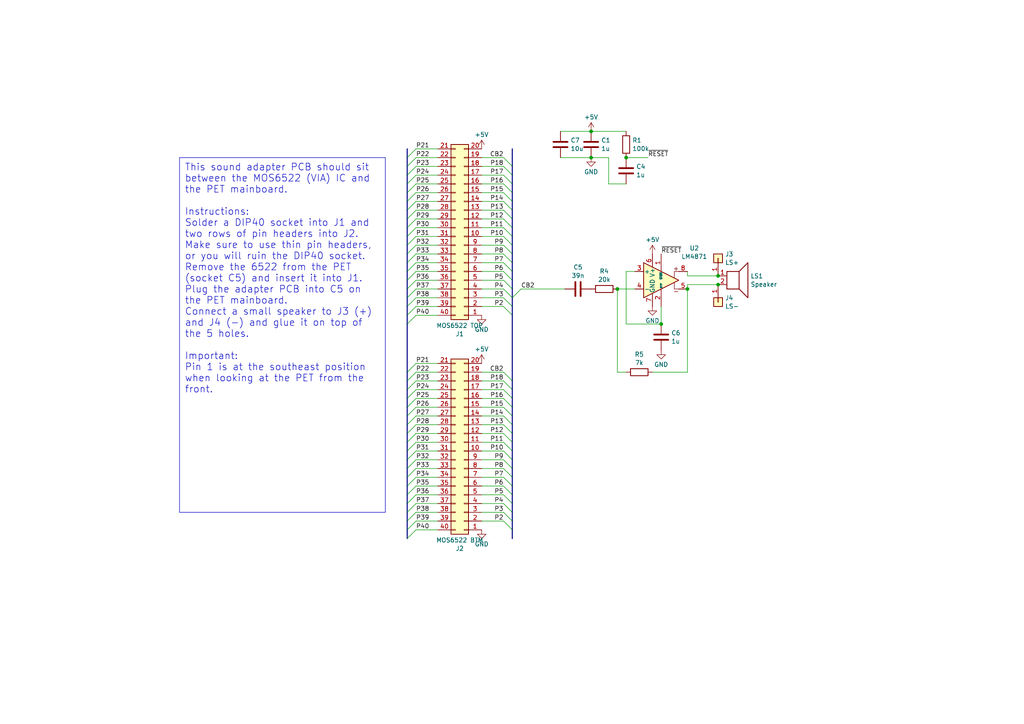
<source format=kicad_sch>
(kicad_sch (version 20230121) (generator eeschema)
  (paper "A4")
  (title_block (title "PET sound adapter") (date "2024-04-10") (rev "2") (company "CCC Basel"))
  (lib_symbols
    (symbol "Amplifier_Audio:LM4990MM" (pin_names (offset 0.127))
      (property "Reference" "U" (at 5.08 7.62 0))
      (property "Value" "LM4990MM" (at 5.08 5.08 0))
      (symbol "LM4990MM_0_1"
        (polyline (pts (xy 3.81 -0.635) (xy 3.81 -2.54) (xy 5.08 -2.54)))
        (polyline (pts (xy 5.08 2.54) (xy 3.81 2.54) (xy 3.81 0.635)))
        (polyline (pts (xy -5.08 5.08) (xy 5.08 0) (xy -5.08 -5.08) (xy -5.08 5.08)) (stroke (width 0.254)) (fill (type background)))
      )
      (symbol "LM4990MM_1_1"
        (polyline (pts (xy 3.81 -3.302) (xy 4.826 -3.302)))
        (polyline (pts (xy 4.318 3.81) (xy 4.318 2.794)))
        (polyline (pts (xy 4.826 3.302) (xy 3.81 3.302)))
        (pin output line (at 0 7.62 270) (length 5.08) (name "~{SHDN}") (number "1"))
        (pin input line (at 0 -7.62 90) (length 5.08) (name "BYP") (number "2"))
        (pin input line (at -7.62 2.54 0) (length 2.54) (name "+") (number "3"))
        (pin input line (at -7.62 -2.54 0) (length 2.54) (name "-") (number "4"))
        (pin output line (at 7.62 -2.54 180) (length 2.54) (name "~") (number "5"))
        (pin power_in line (at -2.54 7.62 270) (length 3.81) (name "V+") (number "6"))
        (pin power_in line (at -2.54 -7.62 90) (length 3.81) (name "GND") (number "7"))
        (pin output line (at 7.62 2.54 180) (length 2.54) (name "~") (number "8"))
      )
    )
    (symbol "Connector_Generic:Conn_01x01" (pin_names (offset 1.016) hide)
      (property "Reference" "J" (at 0 2.54 0))
      (property "Value" "Conn_01x01" (at 0 -2.54 0))
      (symbol "Conn_01x01_1_1"
        (rectangle (start -1.27 0.127) (end 0 -0.127) (stroke (width 0.1524)))
        (rectangle (start -1.27 1.27) (end 1.27 -1.27) (stroke (width 0.254)) (fill (type background)))
        (pin passive line (at -5.08 0 0) (length 3.81) (name "Pin_1") (number "1"))
      )
    )
    (symbol "Connector_Generic:Conn_02x20_Counter_Clockwise" (pin_names (offset 1.016) hide)
      (property "Reference" "J" (at 1.27 25.4 0))
      (property "Value" "Conn_02x20_Counter_Clockwise" (at 1.27 -27.94 0))
      (symbol "Conn_02x20_Counter_Clockwise_1_1"
        (rectangle (start -1.27 -25.273) (end 0 -25.527) (stroke (width 0.1524)))
        (rectangle (start -1.27 -22.733) (end 0 -22.987) (stroke (width 0.1524)))
        (rectangle (start -1.27 -20.193) (end 0 -20.447) (stroke (width 0.1524)))
        (rectangle (start -1.27 -17.653) (end 0 -17.907) (stroke (width 0.1524)))
        (rectangle (start -1.27 -15.113) (end 0 -15.367) (stroke (width 0.1524)))
        (rectangle (start -1.27 -12.573) (end 0 -12.827) (stroke (width 0.1524)))
        (rectangle (start -1.27 -10.033) (end 0 -10.287) (stroke (width 0.1524)))
        (rectangle (start -1.27 -7.493) (end 0 -7.747) (stroke (width 0.1524)))
        (rectangle (start -1.27 -4.953) (end 0 -5.207) (stroke (width 0.1524)))
        (rectangle (start -1.27 -2.413) (end 0 -2.667) (stroke (width 0.1524)))
        (rectangle (start -1.27 0.127) (end 0 -0.127) (stroke (width 0.1524)))
        (rectangle (start -1.27 2.667) (end 0 2.413) (stroke (width 0.1524)))
        (rectangle (start -1.27 5.207) (end 0 4.953) (stroke (width 0.1524)))
        (rectangle (start -1.27 7.747) (end 0 7.493) (stroke (width 0.1524)))
        (rectangle (start -1.27 10.287) (end 0 10.033) (stroke (width 0.1524)))
        (rectangle (start -1.27 12.827) (end 0 12.573) (stroke (width 0.1524)))
        (rectangle (start -1.27 15.367) (end 0 15.113) (stroke (width 0.1524)))
        (rectangle (start -1.27 17.907) (end 0 17.653) (stroke (width 0.1524)))
        (rectangle (start -1.27 20.447) (end 0 20.193) (stroke (width 0.1524)))
        (rectangle (start -1.27 22.987) (end 0 22.733) (stroke (width 0.1524)))
        (rectangle (start -1.27 24.13) (end 3.81 -26.67) (stroke (width 0.254)) (fill (type background)))
        (rectangle (start 3.81 -25.273) (end 2.54 -25.527) (stroke (width 0.1524)))
        (rectangle (start 3.81 -22.733) (end 2.54 -22.987) (stroke (width 0.1524)))
        (rectangle (start 3.81 -20.193) (end 2.54 -20.447) (stroke (width 0.1524)))
        (rectangle (start 3.81 -17.653) (end 2.54 -17.907) (stroke (width 0.1524)))
        (rectangle (start 3.81 -15.113) (end 2.54 -15.367) (stroke (width 0.1524)))
        (rectangle (start 3.81 -12.573) (end 2.54 -12.827) (stroke (width 0.1524)))
        (rectangle (start 3.81 -10.033) (end 2.54 -10.287) (stroke (width 0.1524)))
        (rectangle (start 3.81 -7.493) (end 2.54 -7.747) (stroke (width 0.1524)))
        (rectangle (start 3.81 -4.953) (end 2.54 -5.207) (stroke (width 0.1524)))
        (rectangle (start 3.81 -2.413) (end 2.54 -2.667) (stroke (width 0.1524)))
        (rectangle (start 3.81 0.127) (end 2.54 -0.127) (stroke (width 0.1524)))
        (rectangle (start 3.81 2.667) (end 2.54 2.413) (stroke (width 0.1524)))
        (rectangle (start 3.81 5.207) (end 2.54 4.953) (stroke (width 0.1524)))
        (rectangle (start 3.81 7.747) (end 2.54 7.493) (stroke (width 0.1524)))
        (rectangle (start 3.81 10.287) (end 2.54 10.033) (stroke (width 0.1524)))
        (rectangle (start 3.81 12.827) (end 2.54 12.573) (stroke (width 0.1524)))
        (rectangle (start 3.81 15.367) (end 2.54 15.113) (stroke (width 0.1524)))
        (rectangle (start 3.81 17.907) (end 2.54 17.653) (stroke (width 0.1524)))
        (rectangle (start 3.81 20.447) (end 2.54 20.193) (stroke (width 0.1524)))
        (rectangle (start 3.81 22.987) (end 2.54 22.733) (stroke (width 0.1524)))
        (pin passive line (at -5.08 22.86 0) (length 3.81) (name "Pin_1") (number "1"))
        (pin passive line (at -5.08 0 0) (length 3.81) (name "Pin_10") (number "10"))
        (pin passive line (at -5.08 -2.54 0) (length 3.81) (name "Pin_11") (number "11"))
        (pin passive line (at -5.08 -5.08 0) (length 3.81) (name "Pin_12") (number "12"))
        (pin passive line (at -5.08 -7.62 0) (length 3.81) (name "Pin_13") (number "13"))
        (pin passive line (at -5.08 -10.16 0) (length 3.81) (name "Pin_14") (number "14"))
        (pin passive line (at -5.08 -12.7 0) (length 3.81) (name "Pin_15") (number "15"))
        (pin passive line (at -5.08 -15.24 0) (length 3.81) (name "Pin_16") (number "16"))
        (pin passive line (at -5.08 -17.78 0) (length 3.81) (name "Pin_17") (number "17"))
        (pin passive line (at -5.08 -20.32 0) (length 3.81) (name "Pin_18") (number "18"))
        (pin passive line (at -5.08 -22.86 0) (length 3.81) (name "Pin_19") (number "19"))
        (pin passive line (at -5.08 20.32 0) (length 3.81) (name "Pin_2") (number "2"))
        (pin passive line (at -5.08 -25.4 0) (length 3.81) (name "Pin_20") (number "20"))
        (pin passive line (at 7.62 -25.4 180) (length 3.81) (name "Pin_21") (number "21"))
        (pin passive line (at 7.62 -22.86 180) (length 3.81) (name "Pin_22") (number "22"))
        (pin passive line (at 7.62 -20.32 180) (length 3.81) (name "Pin_23") (number "23"))
        (pin passive line (at 7.62 -17.78 180) (length 3.81) (name "Pin_24") (number "24"))
        (pin passive line (at 7.62 -15.24 180) (length 3.81) (name "Pin_25") (number "25"))
        (pin passive line (at 7.62 -12.7 180) (length 3.81) (name "Pin_26") (number "26"))
        (pin passive line (at 7.62 -10.16 180) (length 3.81) (name "Pin_27") (number "27"))
        (pin passive line (at 7.62 -7.62 180) (length 3.81) (name "Pin_28") (number "28"))
        (pin passive line (at 7.62 -5.08 180) (length 3.81) (name "Pin_29") (number "29"))
        (pin passive line (at -5.08 17.78 0) (length 3.81) (name "Pin_3") (number "3"))
        (pin passive line (at 7.62 -2.54 180) (length 3.81) (name "Pin_30") (number "30"))
        (pin passive line (at 7.62 0 180) (length 3.81) (name "Pin_31") (number "31"))
        (pin passive line (at 7.62 2.54 180) (length 3.81) (name "Pin_32") (number "32"))
        (pin passive line (at 7.62 5.08 180) (length 3.81) (name "Pin_33") (number "33"))
        (pin passive line (at 7.62 7.62 180) (length 3.81) (name "Pin_34") (number "34"))
        (pin passive line (at 7.62 10.16 180) (length 3.81) (name "Pin_35") (number "35"))
        (pin passive line (at 7.62 12.7 180) (length 3.81) (name "Pin_36") (number "36"))
        (pin passive line (at 7.62 15.24 180) (length 3.81) (name "Pin_37") (number "37"))
        (pin passive line (at 7.62 17.78 180) (length 3.81) (name "Pin_38") (number "38"))
        (pin passive line (at 7.62 20.32 180) (length 3.81) (name "Pin_39") (number "39"))
        (pin passive line (at -5.08 15.24 0) (length 3.81) (name "Pin_4") (number "4"))
        (pin passive line (at 7.62 22.86 180) (length 3.81) (name "Pin_40") (number "40"))
        (pin passive line (at -5.08 12.7 0) (length 3.81) (name "Pin_5") (number "5"))
        (pin passive line (at -5.08 10.16 0) (length 3.81) (name "Pin_6") (number "6"))
        (pin passive line (at -5.08 7.62 0) (length 3.81) (name "Pin_7") (number "7"))
        (pin passive line (at -5.08 5.08 0) (length 3.81) (name "Pin_8") (number "8"))
        (pin passive line (at -5.08 2.54 0) (length 3.81) (name "Pin_9") (number "9"))
      )
    )
    (symbol "Device:C" (pin_numbers hide) (pin_names (offset 0.254))
      (property "Reference" "C" (at 0.635 2.54 0))
      (property "Value" "C" (at 0.635 -2.54 0))
      (symbol "C_0_1"
        (polyline (pts (xy -2.032 -0.762) (xy 2.032 -0.762)) (stroke (width 0.508)))
        (polyline (pts (xy -2.032 0.762) (xy 2.032 0.762)) (stroke (width 0.508)))
      )
      (symbol "C_1_1"
        (pin passive line (at 0 3.81 270) (length 2.794) (name "~") (number "1"))
        (pin passive line (at 0 -3.81 90) (length 2.794) (name "~") (number "2"))
      )
    )
    (symbol "Device:R" (pin_numbers hide) (pin_names (offset 0))
      (property "Reference" "R" (at 2.032 0 90))
      (property "Value" "R" (at 0 0 90))
      (symbol "R_0_1"
        (rectangle (start -1.016 -2.54) (end 1.016 2.54) (stroke (width 0.254)))
      )
      (symbol "R_1_1"
        (pin passive line (at 0 3.81 270) (length 1.27) (name "~") (number "1"))
        (pin passive line (at 0 -3.81 90) (length 1.27) (name "~") (number "2"))
      )
    )
    (symbol "Device:Speaker" (pin_names (offset 0) hide)
      (property "Reference" "LS" (at 1.27 5.715 0))
      (property "Value" "Speaker" (at 1.27 3.81 0))
      (symbol "Speaker_0_0"
        (rectangle (start -2.54 1.27) (end 1.016 -3.81) (stroke (width 0.254)))
        (polyline (pts (xy 1.016 1.27) (xy 3.556 3.81) (xy 3.556 -6.35) (xy 1.016 -3.81)) (stroke (width 0.254)))
      )
      (symbol "Speaker_1_1"
        (pin input line (at -5.08 0 0) (length 2.54) (name "1") (number "1"))
        (pin input line (at -5.08 -2.54 0) (length 2.54) (name "2") (number "2"))
      )
    )
    (symbol "power:+5V" (power) (pin_names (offset 0))
      (property "Value" "+5V" (at 0 3.556 0))
      (symbol "+5V_0_1"
        (polyline (pts (xy -0.762 1.27) (xy 0 2.54)))
        (polyline (pts (xy 0 0) (xy 0 2.54)))
        (polyline (pts (xy 0 2.54) (xy 0.762 1.27)))
      )
      (symbol "+5V_1_1"
        (pin power_in line (at 0 0 90) (length 0) hide (name "+5V") (number "1"))
      )
    )
    (symbol "power:GND" (power) (pin_names (offset 0))
      (property "Value" "GND" (at 0 -3.81 0))
      (symbol "GND_0_1"
        (polyline (pts (xy 0 0) (xy 0 -1.27) (xy 1.27 -1.27) (xy 0 -2.54) (xy -1.27 -1.27) (xy 0 -1.27)))
      )
      (symbol "GND_1_1"
        (pin power_in line (at 0 0 270) (length 0) hide (name "GND") (number "1"))
      )
    )
  )
  (junction (at 171.45 45.72))
  (junction (at 171.45 38.1))
  (junction (at 179.07 83.82))
  (junction (at 208.28 82.55))
  (junction (at 199.39 83.82))
  (junction (at 191.77 93.98))
  (junction (at 208.28 80.01))
  (junction (at 181.61 45.72))
  (bus_entry (at 118.11 58.42) (size 2.54 -2.54))
  (bus_entry (at 118.11 50.8) (size 2.54 -2.54))
  (bus_entry (at 118.11 48.26) (size 2.54 -2.54))
  (bus_entry (at 118.11 156.21) (size 2.54 -2.54))
  (bus_entry (at 118.11 123.19) (size 2.54 -2.54))
  (bus_entry (at 118.11 130.81) (size 2.54 -2.54))
  (bus_entry (at 118.11 113.03) (size 2.54 -2.54))
  (bus_entry (at 148.59 48.26) (size -2.54 -2.54))
  (bus_entry (at 118.11 66.04) (size 2.54 -2.54))
  (bus_entry (at 148.59 71.12) (size -2.54 -2.54))
  (bus_entry (at 118.11 128.27) (size 2.54 -2.54))
  (bus_entry (at 118.11 133.35) (size 2.54 -2.54))
  (bus_entry (at 148.59 88.9) (size -2.54 -2.54))
  (bus_entry (at 148.59 143.51) (size -2.54 -2.54))
  (bus_entry (at 118.11 120.65) (size 2.54 -2.54))
  (bus_entry (at 118.11 135.89) (size 2.54 -2.54))
  (bus_entry (at 118.11 107.95) (size 2.54 -2.54))
  (bus_entry (at 148.59 146.05) (size -2.54 -2.54))
  (bus_entry (at 148.59 55.88) (size -2.54 -2.54))
  (bus_entry (at 118.11 78.74) (size 2.54 -2.54))
  (bus_entry (at 118.11 76.2) (size 2.54 -2.54))
  (bus_entry (at 118.11 148.59) (size 2.54 -2.54))
  (bus_entry (at 118.11 63.5) (size 2.54 -2.54))
  (bus_entry (at 148.59 53.34) (size -2.54 -2.54))
  (bus_entry (at 118.11 91.44) (size 2.54 -2.54))
  (bus_entry (at 148.59 86.36) (size 2.54 -2.54))
  (bus_entry (at 118.11 55.88) (size 2.54 -2.54))
  (bus_entry (at 148.59 113.03) (size -2.54 -2.54))
  (bus_entry (at 148.59 91.44) (size -2.54 -2.54))
  (bus_entry (at 118.11 88.9) (size 2.54 -2.54))
  (bus_entry (at 118.11 118.11) (size 2.54 -2.54))
  (bus_entry (at 148.59 153.67) (size -2.54 -2.54))
  (bus_entry (at 118.11 81.28) (size 2.54 -2.54))
  (bus_entry (at 148.59 151.13) (size -2.54 -2.54))
  (bus_entry (at 148.59 68.58) (size -2.54 -2.54))
  (bus_entry (at 118.11 73.66) (size 2.54 -2.54))
  (bus_entry (at 118.11 68.58) (size 2.54 -2.54))
  (bus_entry (at 148.59 63.5) (size -2.54 -2.54))
  (bus_entry (at 148.59 73.66) (size -2.54 -2.54))
  (bus_entry (at 148.59 130.81) (size -2.54 -2.54))
  (bus_entry (at 118.11 115.57) (size 2.54 -2.54))
  (bus_entry (at 118.11 138.43) (size 2.54 -2.54))
  (bus_entry (at 148.59 125.73) (size -2.54 -2.54))
  (bus_entry (at 148.59 115.57) (size -2.54 -2.54))
  (bus_entry (at 148.59 83.82) (size -2.54 -2.54))
  (bus_entry (at 148.59 128.27) (size -2.54 -2.54))
  (bus_entry (at 118.11 71.12) (size 2.54 -2.54))
  (bus_entry (at 148.59 110.49) (size -2.54 -2.54))
  (bus_entry (at 148.59 60.96) (size -2.54 -2.54))
  (bus_entry (at 118.11 45.72) (size 2.54 -2.54))
  (bus_entry (at 118.11 83.82) (size 2.54 -2.54))
  (bus_entry (at 118.11 146.05) (size 2.54 -2.54))
  (bus_entry (at 148.59 133.35) (size -2.54 -2.54))
  (bus_entry (at 118.11 53.34) (size 2.54 -2.54))
  (bus_entry (at 118.11 153.67) (size 2.54 -2.54))
  (bus_entry (at 118.11 110.49) (size 2.54 -2.54))
  (bus_entry (at 148.59 135.89) (size -2.54 -2.54))
  (bus_entry (at 148.59 86.36) (size -2.54 -2.54))
  (bus_entry (at 118.11 143.51) (size 2.54 -2.54))
  (bus_entry (at 118.11 93.98) (size 2.54 -2.54))
  (bus_entry (at 148.59 123.19) (size -2.54 -2.54))
  (bus_entry (at 148.59 78.74) (size -2.54 -2.54))
  (bus_entry (at 118.11 151.13) (size 2.54 -2.54))
  (bus_entry (at 148.59 58.42) (size -2.54 -2.54))
  (bus_entry (at 148.59 66.04) (size -2.54 -2.54))
  (bus_entry (at 148.59 120.65) (size -2.54 -2.54))
  (bus_entry (at 148.59 81.28) (size -2.54 -2.54))
  (bus_entry (at 148.59 50.8) (size -2.54 -2.54))
  (bus_entry (at 118.11 140.97) (size 2.54 -2.54))
  (bus_entry (at 148.59 140.97) (size -2.54 -2.54))
  (bus_entry (at 148.59 76.2) (size -2.54 -2.54))
  (bus_entry (at 118.11 60.96) (size 2.54 -2.54))
  (bus_entry (at 148.59 148.59) (size -2.54 -2.54))
  (bus_entry (at 118.11 125.73) (size 2.54 -2.54))
  (bus_entry (at 148.59 118.11) (size -2.54 -2.54))
  (bus_entry (at 118.11 86.36) (size 2.54 -2.54))
  (bus_entry (at 148.59 138.43) (size -2.54 -2.54))
  (wire (pts (xy 181.61 78.74) (xy 184.15 78.74)))
  (bus (pts (xy 118.11 143.51) (xy 118.11 146.05)))
  (wire (pts (xy 120.65 130.81) (xy 127 130.81)))
  (bus (pts (xy 118.11 138.43) (xy 118.11 140.97)))
  (bus (pts (xy 118.11 50.8) (xy 118.11 53.34)))
  (wire (pts (xy 120.65 118.11) (xy 127 118.11)))
  (wire (pts (xy 146.05 48.26) (xy 139.7 48.26)))
  (bus (pts (xy 118.11 88.9) (xy 118.11 91.44)))
  (bus (pts (xy 148.59 48.26) (xy 148.59 50.8)))
  (bus (pts (xy 148.59 63.5) (xy 148.59 66.04)))
  (wire (pts (xy 191.77 88.9) (xy 191.77 93.98)))
  (wire (pts (xy 181.61 45.72) (xy 187.96 45.72)))
  (wire (pts (xy 146.05 110.49) (xy 139.7 110.49)))
  (bus (pts (xy 118.11 120.65) (xy 118.11 123.19)))
  (bus (pts (xy 148.59 58.42) (xy 148.59 60.96)))
  (bus (pts (xy 148.59 128.27) (xy 148.59 130.81)))
  (bus (pts (xy 148.59 53.34) (xy 148.59 55.88)))
  (bus (pts (xy 118.11 63.5) (xy 118.11 66.04)))
  (wire (pts (xy 120.65 83.82) (xy 127 83.82)))
  (bus (pts (xy 148.59 88.9) (xy 148.59 91.44)))
  (wire (pts (xy 146.05 123.19) (xy 139.7 123.19)))
  (bus (pts (xy 148.59 83.82) (xy 148.59 86.36)))
  (wire (pts (xy 179.07 83.82) (xy 179.07 107.95)))
  (wire (pts (xy 120.65 125.73) (xy 127 125.73)))
  (wire (pts (xy 146.05 130.81) (xy 139.7 130.81)))
  (wire (pts (xy 120.65 53.34) (xy 127 53.34)))
  (wire (pts (xy 120.65 148.59) (xy 127 148.59)))
  (wire (pts (xy 120.65 76.2) (xy 127 76.2)))
  (wire (pts (xy 146.05 86.36) (xy 139.7 86.36)))
  (wire (pts (xy 146.05 76.2) (xy 139.7 76.2)))
  (wire (pts (xy 146.05 73.66) (xy 139.7 73.66)))
  (wire (pts (xy 146.05 146.05) (xy 139.7 146.05)))
  (wire (pts (xy 120.65 73.66) (xy 127 73.66)))
  (wire (pts (xy 120.65 151.13) (xy 127 151.13)))
  (bus (pts (xy 118.11 115.57) (xy 118.11 118.11)))
  (wire (pts (xy 120.65 113.03) (xy 127 113.03)))
  (wire (pts (xy 120.65 105.41) (xy 127 105.41)))
  (wire (pts (xy 120.65 66.04) (xy 127 66.04)))
  (wire (pts (xy 120.65 135.89) (xy 127 135.89)))
  (bus (pts (xy 118.11 43.18) (xy 118.11 45.72)))
  (bus (pts (xy 118.11 148.59) (xy 118.11 151.13)))
  (bus (pts (xy 148.59 143.51) (xy 148.59 146.05)))
  (bus (pts (xy 118.11 151.13) (xy 118.11 153.67)))
  (wire (pts (xy 146.05 71.12) (xy 139.7 71.12)))
  (wire (pts (xy 120.65 143.51) (xy 127 143.51)))
  (bus (pts (xy 148.59 66.04) (xy 148.59 68.58)))
  (wire (pts (xy 146.05 68.58) (xy 139.7 68.58)))
  (bus (pts (xy 148.59 81.28) (xy 148.59 83.82)))
  (bus (pts (xy 148.59 140.97) (xy 148.59 143.51)))
  (bus (pts (xy 118.11 58.42) (xy 118.11 60.96)))
  (bus (pts (xy 118.11 135.89) (xy 118.11 138.43)))
  (wire (pts (xy 120.65 58.42) (xy 127 58.42)))
  (wire (pts (xy 146.05 118.11) (xy 139.7 118.11)))
  (wire (pts (xy 146.05 45.72) (xy 139.7 45.72)))
  (bus (pts (xy 148.59 78.74) (xy 148.59 81.28)))
  (bus (pts (xy 148.59 148.59) (xy 148.59 151.13)))
  (bus (pts (xy 148.59 125.73) (xy 148.59 128.27)))
  (bus (pts (xy 118.11 71.12) (xy 118.11 73.66)))
  (bus (pts (xy 118.11 146.05) (xy 118.11 148.59)))
  (wire (pts (xy 162.56 45.72) (xy 171.45 45.72)))
  (wire (pts (xy 146.05 133.35) (xy 139.7 133.35)))
  (wire (pts (xy 146.05 128.27) (xy 139.7 128.27)))
  (bus (pts (xy 118.11 60.96) (xy 118.11 63.5)))
  (bus (pts (xy 118.11 55.88) (xy 118.11 58.42)))
  (wire (pts (xy 120.65 138.43) (xy 127 138.43)))
  (wire (pts (xy 146.05 115.57) (xy 139.7 115.57)))
  (bus (pts (xy 118.11 130.81) (xy 118.11 133.35)))
  (wire (pts (xy 146.05 88.9) (xy 139.7 88.9)))
  (bus (pts (xy 148.59 151.13) (xy 148.59 153.67)))
  (wire (pts (xy 146.05 138.43) (xy 139.7 138.43)))
  (bus (pts (xy 148.59 123.19) (xy 148.59 125.73)))
  (wire (pts (xy 176.53 45.72) (xy 176.53 53.34)))
  (wire (pts (xy 120.65 50.8) (xy 127 50.8)))
  (wire (pts (xy 146.05 60.96) (xy 139.7 60.96)))
  (wire (pts (xy 120.65 115.57) (xy 127 115.57)))
  (wire (pts (xy 146.05 140.97) (xy 139.7 140.97)))
  (wire (pts (xy 146.05 55.88) (xy 139.7 55.88)))
  (wire (pts (xy 146.05 83.82) (xy 139.7 83.82)))
  (bus (pts (xy 148.59 115.57) (xy 148.59 118.11)))
  (wire (pts (xy 191.77 93.98) (xy 181.61 93.98)))
  (bus (pts (xy 118.11 83.82) (xy 118.11 86.36)))
  (bus (pts (xy 148.59 133.35) (xy 148.59 135.89)))
  (wire (pts (xy 146.05 58.42) (xy 139.7 58.42)))
  (wire (pts (xy 120.65 110.49) (xy 127 110.49)))
  (wire (pts (xy 120.65 81.28) (xy 127 81.28)))
  (wire (pts (xy 171.45 45.72) (xy 176.53 45.72)))
  (bus (pts (xy 148.59 68.58) (xy 148.59 71.12)))
  (bus (pts (xy 118.11 45.72) (xy 118.11 48.26)))
  (bus (pts (xy 118.11 91.44) (xy 118.11 93.98)))
  (bus (pts (xy 118.11 125.73) (xy 118.11 128.27)))
  (bus (pts (xy 148.59 50.8) (xy 148.59 53.34)))
  (wire (pts (xy 146.05 78.74) (xy 139.7 78.74)))
  (wire (pts (xy 199.39 80.01) (xy 199.39 78.74)))
  (bus (pts (xy 148.59 138.43) (xy 148.59 140.97)))
  (bus (pts (xy 118.11 128.27) (xy 118.11 130.81)))
  (wire (pts (xy 120.65 78.74) (xy 127 78.74)))
  (bus (pts (xy 118.11 140.97) (xy 118.11 143.51)))
  (wire (pts (xy 120.65 71.12) (xy 127 71.12)))
  (wire (pts (xy 146.05 66.04) (xy 139.7 66.04)))
  (wire (pts (xy 171.45 38.1) (xy 181.61 38.1)))
  (wire (pts (xy 120.65 91.44) (xy 127 91.44)))
  (wire (pts (xy 179.07 107.95) (xy 181.61 107.95)))
  (bus (pts (xy 118.11 153.67) (xy 118.11 156.21)))
  (bus (pts (xy 118.11 78.74) (xy 118.11 81.28)))
  (wire (pts (xy 120.65 63.5) (xy 127 63.5)))
  (bus (pts (xy 148.59 91.44) (xy 148.59 110.49)))
  (bus (pts (xy 148.59 55.88) (xy 148.59 58.42)))
  (wire (pts (xy 176.53 53.34) (xy 181.61 53.34)))
  (bus (pts (xy 148.59 86.36) (xy 148.59 88.9)))
  (wire (pts (xy 199.39 80.01) (xy 208.28 80.01)))
  (bus (pts (xy 118.11 110.49) (xy 118.11 113.03)))
  (bus (pts (xy 118.11 68.58) (xy 118.11 71.12)))
  (bus (pts (xy 118.11 81.28) (xy 118.11 83.82)))
  (wire (pts (xy 120.65 45.72) (xy 127 45.72)))
  (bus (pts (xy 118.11 73.66) (xy 118.11 76.2)))
  (bus (pts (xy 118.11 118.11) (xy 118.11 120.65)))
  (bus (pts (xy 118.11 93.98) (xy 118.11 107.95)))
  (bus (pts (xy 148.59 60.96) (xy 148.59 63.5)))
  (bus (pts (xy 148.59 73.66) (xy 148.59 76.2)))
  (wire (pts (xy 146.05 148.59) (xy 139.7 148.59)))
  (wire (pts (xy 120.65 68.58) (xy 127 68.58)))
  (bus (pts (xy 118.11 48.26) (xy 118.11 50.8)))
  (wire (pts (xy 146.05 113.03) (xy 139.7 113.03)))
  (bus (pts (xy 118.11 107.95) (xy 118.11 110.49)))
  (wire (pts (xy 120.65 107.95) (xy 127 107.95)))
  (bus (pts (xy 148.59 120.65) (xy 148.59 123.19)))
  (wire (pts (xy 146.05 63.5) (xy 139.7 63.5)))
  (bus (pts (xy 118.11 133.35) (xy 118.11 135.89)))
  (wire (pts (xy 146.05 143.51) (xy 139.7 143.51)))
  (bus (pts (xy 118.11 53.34) (xy 118.11 55.88)))
  (wire (pts (xy 120.65 86.36) (xy 127 86.36)))
  (bus (pts (xy 148.59 110.49) (xy 148.59 113.03)))
  (bus (pts (xy 118.11 66.04) (xy 118.11 68.58)))
  (wire (pts (xy 184.15 83.82) (xy 179.07 83.82)))
  (wire (pts (xy 189.23 107.95) (xy 199.39 107.95)))
  (bus (pts (xy 148.59 118.11) (xy 148.59 120.65)))
  (wire (pts (xy 120.65 48.26) (xy 127 48.26)))
  (wire (pts (xy 120.65 140.97) (xy 127 140.97)))
  (wire (pts (xy 120.65 43.18) (xy 127 43.18)))
  (wire (pts (xy 120.65 60.96) (xy 127 60.96)))
  (bus (pts (xy 118.11 86.36) (xy 118.11 88.9)))
  (wire (pts (xy 120.65 133.35) (xy 127 133.35)))
  (wire (pts (xy 120.65 146.05) (xy 127 146.05)))
  (bus (pts (xy 148.59 113.03) (xy 148.59 115.57)))
  (wire (pts (xy 120.65 128.27) (xy 127 128.27)))
  (bus (pts (xy 148.59 71.12) (xy 148.59 73.66)))
  (wire (pts (xy 146.05 50.8) (xy 139.7 50.8)))
  (wire (pts (xy 146.05 125.73) (xy 139.7 125.73)))
  (bus (pts (xy 148.59 76.2) (xy 148.59 78.74)))
  (bus (pts (xy 148.59 43.18) (xy 148.59 48.26)))
  (wire (pts (xy 120.65 120.65) (xy 127 120.65)))
  (bus (pts (xy 148.59 146.05) (xy 148.59 148.59)))
  (wire (pts (xy 146.05 120.65) (xy 139.7 120.65)))
  (wire (pts (xy 162.56 38.1) (xy 171.45 38.1)))
  (wire (pts (xy 120.65 123.19) (xy 127 123.19)))
  (wire (pts (xy 151.13 83.82) (xy 163.83 83.82)))
  (bus (pts (xy 148.59 130.81) (xy 148.59 133.35)))
  (wire (pts (xy 120.65 88.9) (xy 127 88.9)))
  (bus (pts (xy 148.59 153.67) (xy 148.59 156.21)))
  (bus (pts (xy 118.11 123.19) (xy 118.11 125.73)))
  (wire (pts (xy 181.61 93.98) (xy 181.61 78.74)))
  (wire (pts (xy 146.05 53.34) (xy 139.7 53.34)))
  (wire (pts (xy 146.05 107.95) (xy 139.7 107.95)))
  (wire (pts (xy 120.65 153.67) (xy 127 153.67)))
  (bus (pts (xy 118.11 113.03) (xy 118.11 115.57)))
  (bus (pts (xy 148.59 135.89) (xy 148.59 138.43)))
  (wire (pts (xy 199.39 107.95) (xy 199.39 83.82)))
  (wire (pts (xy 208.28 82.55) (xy 199.39 82.55)))
  (wire (pts (xy 146.05 151.13) (xy 139.7 151.13)))
  (wire (pts (xy 199.39 82.55) (xy 199.39 83.82)))
  (wire (pts (xy 146.05 135.89) (xy 139.7 135.89)))
  (bus (pts (xy 118.11 76.2) (xy 118.11 78.74)))
  (wire (pts (xy 146.05 81.28) (xy 139.7 81.28)))
  (wire (pts (xy 120.65 55.88) (xy 127 55.88)))
  (text_box "This sound adapter PCB should sit between the MOS6522 (VIA) IC and the PET mainboard.\n\nInstructions:\nSolder a DIP40 socket into J1 and two rows of pin headers into J2.\nMake sure to use thin pin headers, or you will ruin the DIP40 socket.\nRemove the 6522 from the PET (socket C5) and insert it into J1.\nPlug the adapter PCB into C5 on the PET mainboard.\nConnect a small speaker to J3 (+) and J4 (-) and glue it on top of the 5 holes.\n\nImportant:\nPin 1 is at the southeast position when looking at the PET from the front.\n" (at 52.07 45.72 0) (size 59.69 102.87) (effects (font (size 2 2)) (justify left top)))
  (label "P27" (at 120.65 120.65 0))
  (label "P21" (at 120.65 105.41 0))
  (label "P17" (at 146.05 50.8 180))
  (label "P15" (at 146.05 118.11 180))
  (label "~{RESET}" (at 191.77 73.66 0))
  (label "P35" (at 120.65 78.74 0))
  (label "P29" (at 120.65 63.5 0))
  (label "P25" (at 120.65 115.57 0))
  (label "P2" (at 146.05 88.9 180))
  (label "P13" (at 146.05 60.96 180))
  (label "P36" (at 120.65 81.28 0))
  (label "CB2" (at 146.05 45.72 180))
  (label "P38" (at 120.65 86.36 0))
  (label "P39" (at 120.65 151.13 0))
  (label "P23" (at 120.65 48.26 0))
  (label "P10" (at 146.05 68.58 180))
  (label "P39" (at 120.65 88.9 0))
  (label "P12" (at 146.05 63.5 180))
  (label "P6" (at 146.05 140.97 180))
  (label "P40" (at 120.65 91.44 0))
  (label "P4" (at 146.05 146.05 180))
  (label "P31" (at 120.65 68.58 0))
  (label "P16" (at 146.05 115.57 180))
  (label "P13" (at 146.05 123.19 180))
  (label "P33" (at 120.65 73.66 0))
  (label "P36" (at 120.65 143.51 0))
  (label "P28" (at 120.65 123.19 0))
  (label "P14" (at 146.05 58.42 180))
  (label "P18" (at 146.05 110.49 180))
  (label "P26" (at 120.65 55.88 0))
  (label "P8" (at 146.05 73.66 180))
  (label "P23" (at 120.65 110.49 0))
  (label "P26" (at 120.65 118.11 0))
  (label "P30" (at 120.65 66.04 0))
  (label "P7" (at 146.05 138.43 180))
  (label "P27" (at 120.65 58.42 0))
  (label "CB2" (at 146.05 107.95 180))
  (label "P31" (at 120.65 130.81 0))
  (label "P37" (at 120.65 146.05 0))
  (label "P2" (at 146.05 151.13 180))
  (label "P32" (at 120.65 133.35 0))
  (label "P3" (at 146.05 86.36 180))
  (label "P21" (at 120.65 43.18 0))
  (label "P7" (at 146.05 76.2 180))
  (label "P25" (at 120.65 53.34 0))
  (label "P11" (at 146.05 66.04 180))
  (label "P17" (at 146.05 113.03 180))
  (label "P22" (at 120.65 107.95 0))
  (label "P29" (at 120.65 125.73 0))
  (label "P6" (at 146.05 78.74 180))
  (label "P32" (at 120.65 71.12 0))
  (label "P28" (at 120.65 60.96 0))
  (label "P30" (at 120.65 128.27 0))
  (label "P3" (at 146.05 148.59 180))
  (label "P12" (at 146.05 125.73 180))
  (label "P4" (at 146.05 83.82 180))
  (label "P5" (at 146.05 81.28 180))
  (label "P15" (at 146.05 55.88 180))
  (label "P16" (at 146.05 53.34 180))
  (label "P37" (at 120.65 83.82 0))
  (label "P34" (at 120.65 138.43 0))
  (label "P8" (at 146.05 135.89 180))
  (label "P33" (at 120.65 135.89 0))
  (label "P24" (at 120.65 50.8 0))
  (label "P5" (at 146.05 143.51 180))
  (label "P9" (at 146.05 71.12 180))
  (label "P10" (at 146.05 130.81 180))
  (label "P18" (at 146.05 48.26 180))
  (label "P38" (at 120.65 148.59 0))
  (label "~{RESET}" (at 187.96 45.72 0))
  (label "P24" (at 120.65 113.03 0))
  (label "P14" (at 146.05 120.65 180))
  (label "CB2" (at 151.13 83.82 0))
  (label "P11" (at 146.05 128.27 180))
  (label "P22" (at 120.65 45.72 0))
  (label "P34" (at 120.65 76.2 0))
  (label "P40" (at 120.65 153.67 0))
  (label "P35" (at 120.65 140.97 0))
  (label "P9" (at 146.05 133.35 180))
  (symbol (lib_id "power:GND") (at 189.23 88.9 0) (unit 1)
    (property "Reference" "#PWR07" (effects hide))
    (property "Value" "GND" (at 189.23 93.0331 0))
  )
  (symbol (lib_id "Connector_Generic:Conn_02x20_Counter_Clockwise") (at 134.62 68.58 180) (unit 1)
    (property "Reference" "J1" (at 133.35 96.8543 0))
    (property "Value" "MOS6522 TOP" (at 133.35 94.4301 0))
    (property "Footprint" "Package_DIP:DIP-40_W15.24mm_LongPads" (effects hide))
  )
  (symbol (lib_id "Device:C") (at 181.61 49.53 180) (unit 1)
    (property "Reference" "C4" (at 184.531 48.3179 0) (effects (justify right)))
    (property "Value" "1u" (at 184.531 50.7421 0) (effects (justify right)))
    (property "Footprint" "Capacitor_SMD:C_0805_2012Metric" (effects hide))
  )
  (symbol (lib_id "Device:C") (at 171.45 41.91 0) (unit 1)
    (property "Reference" "C1" (at 174.371 40.6979 0) (effects (justify left)))
    (property "Value" "1u" (at 174.371 43.1221 0) (effects (justify left)))
    (property "Footprint" "Capacitor_SMD:C_0805_2012Metric" (effects hide))
  )
  (symbol (lib_id "Connector_Generic:Conn_02x20_Counter_Clockwise") (at 134.62 130.81 180) (unit 1)
    (property "Reference" "J2" (at 133.35 159.0843 0))
    (property "Value" "MOS6522 BTM" (at 133.35 156.6601 0))
    (property "Footprint" "Package_DIP:DIP-40_W15.24mm_LongPads" (effects hide))
  )
  (symbol (lib_id "Device:C") (at 167.64 83.82 90) (unit 1)
    (property "Reference" "C5" (at 167.64 77.5167 90))
    (property "Value" "39n" (at 167.64 79.9409 90))
    (property "Footprint" "Capacitor_SMD:C_0805_2012Metric" (effects hide))
  )
  (symbol (lib_id "power:+5V") (at 171.45 38.1 0) (unit 1)
    (property "Reference" "#PWR03" (effects hide))
    (property "Value" "+5V" (at 171.45 33.9669 0))
  )
  (symbol (lib_id "power:GND") (at 139.7 153.67 0) (unit 1)
    (property "Reference" "#PWR09" (effects hide))
    (property "Value" "GND" (at 139.7 157.8031 0))
  )
  (symbol (lib_id "Amplifier_Audio:LM4990MM") (at 191.77 81.28 0) (unit 1)
    (property "Reference" "U2" (at 201.3819 71.9856 0))
    (property "Value" "LM4871" (at 201.3819 74.4098 0))
    (property "Footprint" "Package_SO:SOIC-8_3.9x4.9mm_P1.27mm" (effects hide))
    (property "Datasheet" "http://www.ti.com/lit/ds/symlink/lm4990.pdf" (effects hide))
    (property "Alternate" "PAM8302AAD" (effects hide))
  )
  (symbol (lib_id "power:GND") (at 191.77 101.6 0) (unit 1)
    (property "Reference" "#PWR011" (effects hide))
    (property "Value" "GND" (at 191.77 105.7331 0))
  )
  (symbol (lib_id "power:GND") (at 139.7 91.44 0) (unit 1)
    (property "Reference" "#PWR02" (effects hide))
    (property "Value" "GND" (at 139.7 95.5731 0))
  )
  (symbol (lib_id "Device:R") (at 185.42 107.95 90) (unit 1)
    (property "Reference" "R5" (at 185.42 102.7897 90))
    (property "Value" "7k" (at 185.42 105.2139 90))
    (property "Footprint" "Resistor_SMD:R_0805_2012Metric" (effects hide))
  )
  (symbol (lib_id "power:GND") (at 171.45 45.72 0) (unit 1)
    (property "Reference" "#PWR04" (effects hide))
    (property "Value" "GND" (at 171.45 49.8531 0))
  )
  (symbol (lib_id "Device:C") (at 191.77 97.79 180) (unit 1)
    (property "Reference" "C6" (at 194.691 96.5779 0) (effects (justify right)))
    (property "Value" "1u" (at 194.691 99.0021 0) (effects (justify right)))
    (property "Footprint" "Capacitor_SMD:C_0805_2012Metric" (effects hide))
  )
  (symbol (lib_id "Device:Speaker") (at 213.36 80.01 0) (unit 1) (on_board no)
    (property "Reference" "LS1" (at 217.678 80.0679 0) (effects (justify left)))
    (property "Value" "Speaker" (at 217.678 82.4921 0) (effects (justify left)))
    (property "Footprint" "Connector_PinHeader_2.54mm:PinHeader_1x02_P2.54mm_Vertical" (effects hide))
  )
  (symbol (lib_id "Device:R") (at 175.26 83.82 90) (unit 1)
    (property "Reference" "R4" (at 175.26 78.6597 90))
    (property "Value" "20k" (at 175.26 81.0839 90))
    (property "Footprint" "Resistor_SMD:R_0805_2012Metric" (effects hide))
  )
  (symbol (lib_id "Connector_Generic:Conn_01x01") (at 208.28 74.93 90) (unit 1)
    (property "Reference" "J3" (at 210.312 73.7179 90) (effects (justify right)))
    (property "Value" "LS+" (at 210.312 76.1421 90) (effects (justify right)))
    (property "Footprint" "Connector_Pin:Pin_D1.0mm_L10.0mm" (effects hide))
  )
  (symbol (lib_id "power:+5V") (at 139.7 43.18 0) (unit 1)
    (property "Reference" "#PWR01" (effects hide))
    (property "Value" "+5V" (at 139.7 39.0469 0))
  )
  (symbol (lib_id "power:+5V") (at 189.23 73.66 0) (unit 1)
    (property "Reference" "#PWR012" (effects hide))
    (property "Value" "+5V" (at 189.23 69.5269 0))
  )
  (symbol (lib_id "Device:C") (at 162.56 41.91 0) (unit 1)
    (property "Reference" "C7" (at 165.481 40.6979 0) (effects (justify left)))
    (property "Value" "10u" (at 165.481 43.1221 0) (effects (justify left)))
    (property "Footprint" "Capacitor_SMD:C_0805_2012Metric" (effects hide))
  )
  (symbol (lib_id "Device:R") (at 181.61 41.91 0) (unit 1)
    (property "Reference" "R1" (at 183.388 40.6979 0) (effects (justify left)))
    (property "Value" "100k" (at 183.388 43.1221 0) (effects (justify left)))
    (property "Footprint" "Resistor_SMD:R_0805_2012Metric" (effects hide))
  )
  (symbol (lib_id "power:+5V") (at 139.7 105.41 0) (unit 1)
    (property "Reference" "#PWR08" (effects hide))
    (property "Value" "+5V" (at 139.7 101.2769 0))
  )
  (symbol (lib_id "Connector_Generic:Conn_01x01") (at 208.28 87.63 270) (unit 1)
    (property "Reference" "J4" (at 210.312 86.4179 90) (effects (justify left)))
    (property "Value" "LS-" (at 210.312 88.8421 90) (effects (justify left)))
    (property "Footprint" "Connector_Pin:Pin_D1.0mm_L10.0mm" (effects hide))
  )
)
</source>
